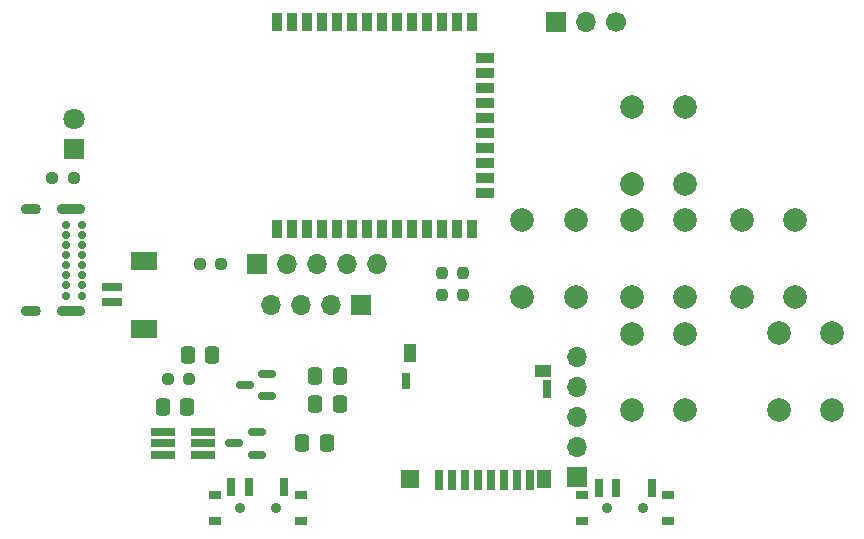
<source format=gbr>
%TF.GenerationSoftware,KiCad,Pcbnew,7.0.2-1.fc38*%
%TF.CreationDate,2023-06-07T17:49:04+02:00*%
%TF.ProjectId,gps_compass,6770735f-636f-46d7-9061-73732e6b6963,rev?*%
%TF.SameCoordinates,Original*%
%TF.FileFunction,Soldermask,Bot*%
%TF.FilePolarity,Negative*%
%FSLAX46Y46*%
G04 Gerber Fmt 4.6, Leading zero omitted, Abs format (unit mm)*
G04 Created by KiCad (PCBNEW 7.0.2-1.fc38) date 2023-06-07 17:49:04*
%MOMM*%
%LPD*%
G01*
G04 APERTURE LIST*
G04 Aperture macros list*
%AMRoundRect*
0 Rectangle with rounded corners*
0 $1 Rounding radius*
0 $2 $3 $4 $5 $6 $7 $8 $9 X,Y pos of 4 corners*
0 Add a 4 corners polygon primitive as box body*
4,1,4,$2,$3,$4,$5,$6,$7,$8,$9,$2,$3,0*
0 Add four circle primitives for the rounded corners*
1,1,$1+$1,$2,$3*
1,1,$1+$1,$4,$5*
1,1,$1+$1,$6,$7*
1,1,$1+$1,$8,$9*
0 Add four rect primitives between the rounded corners*
20,1,$1+$1,$2,$3,$4,$5,0*
20,1,$1+$1,$4,$5,$6,$7,0*
20,1,$1+$1,$6,$7,$8,$9,0*
20,1,$1+$1,$8,$9,$2,$3,0*%
G04 Aperture macros list end*
%ADD10C,2.000000*%
%ADD11R,1.700000X1.700000*%
%ADD12O,1.700000X1.700000*%
%ADD13C,1.700000*%
%ADD14RoundRect,0.150000X0.587500X0.150000X-0.587500X0.150000X-0.587500X-0.150000X0.587500X-0.150000X0*%
%ADD15RoundRect,0.237500X0.250000X0.237500X-0.250000X0.237500X-0.250000X-0.237500X0.250000X-0.237500X0*%
%ADD16RoundRect,0.237500X-0.237500X0.250000X-0.237500X-0.250000X0.237500X-0.250000X0.237500X0.250000X0*%
%ADD17R,1.000000X0.800000*%
%ADD18C,0.900000*%
%ADD19R,0.700000X1.500000*%
%ADD20R,1.800000X0.700000*%
%ADD21R,2.200000X1.600000*%
%ADD22RoundRect,0.250000X-0.337500X-0.475000X0.337500X-0.475000X0.337500X0.475000X-0.337500X0.475000X0*%
%ADD23R,2.000000X0.650000*%
%ADD24R,0.900000X1.500000*%
%ADD25R,1.500000X0.900000*%
%ADD26R,1.800000X1.800000*%
%ADD27C,1.800000*%
%ADD28RoundRect,0.250000X0.337500X0.475000X-0.337500X0.475000X-0.337500X-0.475000X0.337500X-0.475000X0*%
%ADD29R,0.700000X1.750000*%
%ADD30R,1.450000X1.000000*%
%ADD31R,1.000000X1.550000*%
%ADD32R,0.800000X1.500000*%
%ADD33R,1.300000X1.500000*%
%ADD34R,1.500000X1.500000*%
%ADD35R,0.800000X1.400000*%
%ADD36C,0.700000*%
%ADD37O,1.700000X0.900000*%
%ADD38O,2.400000X0.900000*%
G04 APERTURE END LIST*
D10*
%TO.C,SWdown1*%
X170600000Y-56600000D03*
X170600000Y-50100000D03*
X175100000Y-56600000D03*
X175100000Y-50100000D03*
%TD*%
D11*
%TO.C,GY-271*%
X156630000Y-71860000D03*
D12*
X156630000Y-69320000D03*
X156630000Y-66780000D03*
X156630000Y-64240000D03*
X156630000Y-61700000D03*
%TD*%
D11*
%TO.C,LCD*%
X129520000Y-53830000D03*
D12*
X132060000Y-53830000D03*
X134600000Y-53830000D03*
X137140000Y-53830000D03*
X139680000Y-53830000D03*
%TD*%
D10*
%TO.C,SWright1*%
X161300000Y-47050000D03*
X161300000Y-40550000D03*
X165800000Y-47050000D03*
X165800000Y-40550000D03*
%TD*%
D11*
%TO.C,Serial1*%
X154820000Y-33340000D03*
D12*
X157360000Y-33340000D03*
D13*
X159900000Y-33340000D03*
%TD*%
D10*
%TO.C,SWleft1*%
X161300000Y-56600000D03*
X161300000Y-50100000D03*
X165800000Y-56600000D03*
X165800000Y-50100000D03*
%TD*%
D11*
%TO.C,Oled*%
X138320000Y-57310000D03*
D12*
X135780000Y-57310000D03*
X133240000Y-57310000D03*
X130700000Y-57310000D03*
%TD*%
D10*
%TO.C,SWb1*%
X173700000Y-66150000D03*
X173700000Y-59650000D03*
X178200000Y-66150000D03*
X178200000Y-59650000D03*
%TD*%
%TO.C,SWa1*%
X161300000Y-66200000D03*
X161300000Y-59700000D03*
X165800000Y-66200000D03*
X165800000Y-59700000D03*
%TD*%
%TO.C,SWup1*%
X152000000Y-56600000D03*
X152000000Y-50100000D03*
X156500000Y-56600000D03*
X156500000Y-50100000D03*
%TD*%
D14*
%TO.C,Q1*%
X129500000Y-68050000D03*
X129500000Y-69950000D03*
X127625000Y-69000000D03*
%TD*%
D15*
%TO.C,R6*%
X114012500Y-46500000D03*
X112187500Y-46500000D03*
%TD*%
D16*
%TO.C,R1*%
X145200000Y-54587500D03*
X145200000Y-56412500D03*
%TD*%
%TO.C,R2*%
X147000000Y-54587500D03*
X147000000Y-56412500D03*
%TD*%
D17*
%TO.C,ESP*%
X164350000Y-75600000D03*
X164350000Y-73390000D03*
D18*
X162200000Y-74500000D03*
X159200000Y-74500000D03*
D17*
X157050000Y-75600000D03*
X157050000Y-73390000D03*
D19*
X162950000Y-72740000D03*
X159950000Y-72740000D03*
X158450000Y-72740000D03*
%TD*%
D20*
%TO.C,BT1*%
X117250000Y-55775000D03*
X117250000Y-57025000D03*
D21*
X119950000Y-53525000D03*
X119950000Y-59275000D03*
%TD*%
D22*
%TO.C,C5*%
X133362500Y-69000000D03*
X135437500Y-69000000D03*
%TD*%
D15*
%TO.C,R3*%
X123800000Y-63500000D03*
X121975000Y-63500000D03*
%TD*%
D23*
%TO.C,U3*%
X121552500Y-69950000D03*
X121552500Y-69000000D03*
X121552500Y-68050000D03*
X124972500Y-68050000D03*
X124972500Y-69000000D03*
X124972500Y-69950000D03*
%TD*%
D24*
%TO.C,ESP32-S*%
X131195000Y-33300000D03*
X132465000Y-33300000D03*
X133735000Y-33300000D03*
X135005000Y-33300000D03*
X136275000Y-33300000D03*
X137545000Y-33300000D03*
X138815000Y-33300000D03*
X140085000Y-33300000D03*
X141355000Y-33300000D03*
X142625000Y-33300000D03*
X143895000Y-33300000D03*
X145165000Y-33300000D03*
X146435000Y-33300000D03*
X147705000Y-33300000D03*
D25*
X148800000Y-36335000D03*
X148800000Y-37605000D03*
X148800000Y-38875000D03*
X148800000Y-40145000D03*
X148800000Y-41415000D03*
X148800000Y-42685000D03*
X148800000Y-43955000D03*
X148800000Y-45225000D03*
X148800000Y-46495000D03*
X148800000Y-47765000D03*
D24*
X147705000Y-50800000D03*
X146435000Y-50800000D03*
X145165000Y-50800000D03*
X143895000Y-50800000D03*
X142625000Y-50800000D03*
X141355000Y-50800000D03*
X140085000Y-50800000D03*
X138815000Y-50800000D03*
X137545000Y-50800000D03*
X136275000Y-50800000D03*
X135005000Y-50800000D03*
X133735000Y-50800000D03*
X132465000Y-50800000D03*
X131195000Y-50800000D03*
%TD*%
D22*
%TO.C,C7*%
X134462500Y-65700000D03*
X136537500Y-65700000D03*
%TD*%
D26*
%TO.C,LED*%
X114000000Y-44100000D03*
D27*
X114000000Y-41560000D03*
%TD*%
D17*
%TO.C,MAIN*%
X133250000Y-75555000D03*
X133250000Y-73345000D03*
D18*
X131100000Y-74455000D03*
X128100000Y-74455000D03*
D17*
X125950000Y-75555000D03*
X125950000Y-73345000D03*
D19*
X131850000Y-72695000D03*
X128850000Y-72695000D03*
X127350000Y-72695000D03*
%TD*%
D22*
%TO.C,C6*%
X134462500Y-63300000D03*
X136537500Y-63300000D03*
%TD*%
D14*
%TO.C,U1*%
X130400000Y-63100000D03*
X130400000Y-65000000D03*
X128525000Y-64050000D03*
%TD*%
D15*
%TO.C,R5*%
X126512500Y-53800000D03*
X124687500Y-53800000D03*
%TD*%
D28*
%TO.C,C1*%
X125737500Y-61500000D03*
X123662500Y-61500000D03*
%TD*%
D29*
%TO.C,microsd*%
X144905000Y-72100000D03*
X146005000Y-72100000D03*
X147105000Y-72100000D03*
X148205000Y-72100000D03*
X149305000Y-72100000D03*
X150405000Y-72100000D03*
X151505000Y-72100000D03*
X152605000Y-72100000D03*
D30*
X153730000Y-62875000D03*
D31*
X142505000Y-61300000D03*
D32*
X154055000Y-64375000D03*
D33*
X153805000Y-71975000D03*
D34*
X142455000Y-71975000D03*
D35*
X142105000Y-63725000D03*
%TD*%
D22*
%TO.C,C2*%
X121562500Y-65900000D03*
X123637500Y-65900000D03*
%TD*%
D36*
%TO.C,J1*%
X114725000Y-56475000D03*
X114725000Y-55625000D03*
X114725000Y-54775000D03*
X114725000Y-53925000D03*
X114725000Y-53075000D03*
X114725000Y-52225000D03*
X114725000Y-51375000D03*
X114725000Y-50525000D03*
X113375000Y-50525000D03*
X113375000Y-51375000D03*
X113375000Y-52225000D03*
X113375000Y-53075000D03*
X113375000Y-53925000D03*
X113375000Y-54775000D03*
X113375000Y-55625000D03*
X113375000Y-56475000D03*
D37*
X110365000Y-57825000D03*
D38*
X113745000Y-57825000D03*
D37*
X110365000Y-49175000D03*
D38*
X113745000Y-49175000D03*
%TD*%
M02*

</source>
